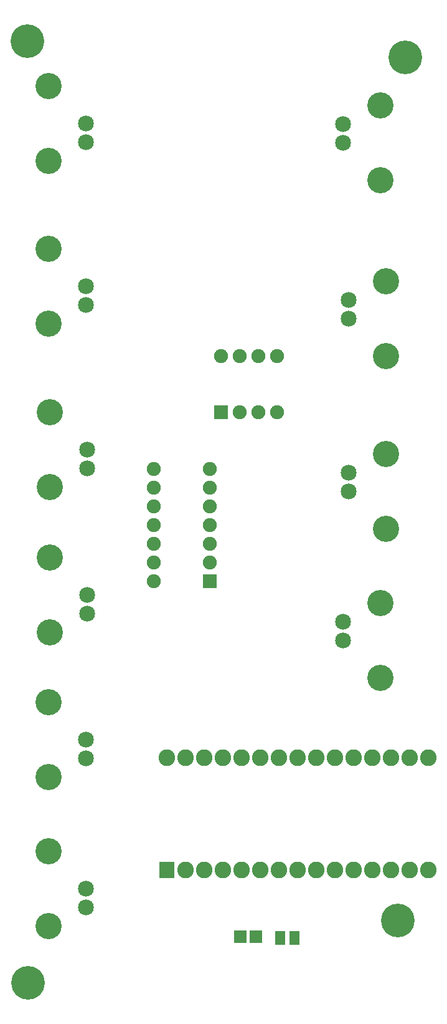
<source format=gts>
G04 (created by PCBNEW-RS274X (2011-05-25)-stable) date Sun 01 Dec 2013 10:46:18 PM CET*
G01*
G70*
G90*
%MOIN*%
G04 Gerber Fmt 3.4, Leading zero omitted, Abs format*
%FSLAX34Y34*%
G04 APERTURE LIST*
%ADD10C,0.006000*%
%ADD11R,0.080000X0.089000*%
%ADD12C,0.089000*%
%ADD13R,0.055000X0.075000*%
%ADD14R,0.067200X0.067200*%
%ADD15R,0.075000X0.075000*%
%ADD16C,0.075000*%
%ADD17C,0.140000*%
%ADD18C,0.085000*%
%ADD19C,0.180000*%
G04 APERTURE END LIST*
G54D10*
G54D11*
X23976Y-52618D03*
G54D12*
X24976Y-52618D03*
X25976Y-52618D03*
X26976Y-52618D03*
X27976Y-52618D03*
X28976Y-52618D03*
X29976Y-52618D03*
X30976Y-52618D03*
X31976Y-52618D03*
X32976Y-52618D03*
X33976Y-52618D03*
X34976Y-52618D03*
X35976Y-52618D03*
X36976Y-52618D03*
X37976Y-52618D03*
X37976Y-46618D03*
X36976Y-46618D03*
X35976Y-46618D03*
X34976Y-46618D03*
X33976Y-46618D03*
X32976Y-46618D03*
X31976Y-46618D03*
X30976Y-46618D03*
X29976Y-46618D03*
X28976Y-46618D03*
X27976Y-46618D03*
X26976Y-46618D03*
X25976Y-46618D03*
X24976Y-46618D03*
X23976Y-46618D03*
G54D13*
X30038Y-56244D03*
X30788Y-56244D03*
G54D14*
X27910Y-56201D03*
X28736Y-56201D03*
G54D15*
X26874Y-28165D03*
G54D16*
X27874Y-28165D03*
X28874Y-28165D03*
X29874Y-28165D03*
X29874Y-25165D03*
X28874Y-25165D03*
X27874Y-25165D03*
X26874Y-25165D03*
G54D15*
X26280Y-37181D03*
G54D16*
X26280Y-36181D03*
X26280Y-35181D03*
X26280Y-34181D03*
X26280Y-33181D03*
X26280Y-32181D03*
X26280Y-31181D03*
X23280Y-31181D03*
X23280Y-32181D03*
X23280Y-33181D03*
X23280Y-34181D03*
X23280Y-35181D03*
X23280Y-36181D03*
X23280Y-37181D03*
G54D17*
X35405Y-11764D03*
X35405Y-15764D03*
G54D18*
X33405Y-13764D03*
X33405Y-12764D03*
G54D17*
X35701Y-21138D03*
X35701Y-25138D03*
G54D18*
X33701Y-23138D03*
X33701Y-22138D03*
G54D17*
X35701Y-30378D03*
X35701Y-34378D03*
G54D18*
X33701Y-32378D03*
X33701Y-31378D03*
G54D17*
X35405Y-38366D03*
X35405Y-42366D03*
G54D18*
X33405Y-40366D03*
X33405Y-39366D03*
G54D17*
X17626Y-14717D03*
X17626Y-10717D03*
G54D18*
X19626Y-12717D03*
X19626Y-13717D03*
G54D17*
X17626Y-23417D03*
X17626Y-19417D03*
G54D18*
X19626Y-21417D03*
X19626Y-22417D03*
G54D17*
X17720Y-32150D03*
X17720Y-28150D03*
G54D18*
X19720Y-30150D03*
X19720Y-31150D03*
G54D17*
X17720Y-39909D03*
X17720Y-35909D03*
G54D18*
X19720Y-37909D03*
X19720Y-38909D03*
G54D17*
X17642Y-47669D03*
X17642Y-43669D03*
G54D18*
X19642Y-45669D03*
X19642Y-46669D03*
G54D17*
X17634Y-55614D03*
X17634Y-51614D03*
G54D18*
X19634Y-53614D03*
X19634Y-54614D03*
G54D19*
X36736Y-09197D03*
X16508Y-08323D03*
X16543Y-58650D03*
X36350Y-55327D03*
M02*

</source>
